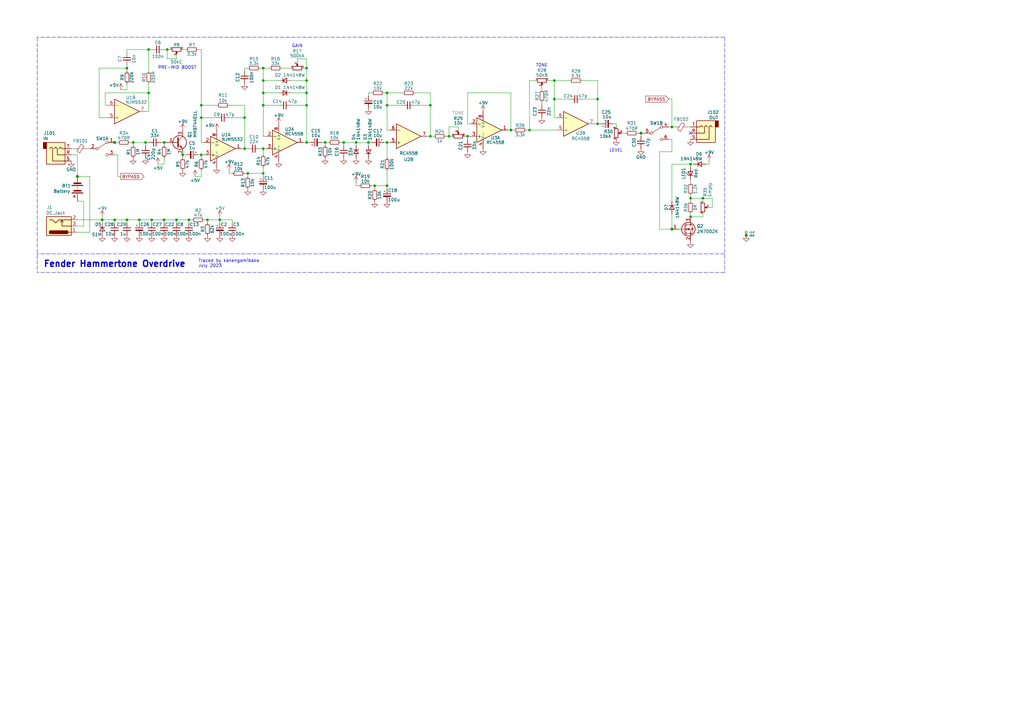
<source format=kicad_sch>
(kicad_sch (version 20230121) (generator eeschema)
  (paper "A3")
  (lib_symbols
    (symbol "Amplifier_Operational:NJM5532" (pin_names (offset 0.127))
      (property "Reference" "U" (at 0 5.08 0))
      (property "Value" "NJM5532" (at 0 -5.08 0))
      (symbol "NJM5532_1_1"
        (pin output line (at 7.62 0 180) (length 2.54) (name "~") (number "1"))
        (pin input line (at -7.62 -2.54 0) (length 2.54) (name "-") (number "2"))
        (pin input line (at -7.62 2.54 0) (length 2.54) (name "+") (number "3"))
      )
      (symbol "NJM5532_2_1"
        (pin input line (at -7.62 2.54 0) (length 2.54) (name "+") (number "5"))
        (pin input line (at -7.62 -2.54 0) (length 2.54) (name "-") (number "6"))
        (pin output line (at 7.62 0 180) (length 2.54) (name "~") (number "7"))
      )
      (symbol "NJM5532_3_1"
        (pin power_in line (at -2.54 -7.62 90) (length 3.81) (name "V-") (number "4"))
        (pin power_in line (at -2.54 7.62 270) (length 3.81) (name "V+") (number "8"))
      )
    )
    (symbol "Amplifier_Operational:RC4558" (pin_names (offset 0.127))
      (property "Reference" "U" (at 0 5.08 0))
      (property "Value" "RC4558" (at 0 -5.08 0))
      (symbol "RC4558_1_1"
        (pin output line (at 7.62 0 180) (length 2.54) (name "~") (number "1"))
        (pin input line (at -7.62 -2.54 0) (length 2.54) (name "-") (number "2"))
        (pin input line (at -7.62 2.54 0) (length 2.54) (name "+") (number "3"))
      )
      (symbol "RC4558_2_1"
        (pin input line (at -7.62 2.54 0) (length 2.54) (name "+") (number "5"))
        (pin input line (at -7.62 -2.54 0) (length 2.54) (name "-") (number "6"))
        (pin output line (at 7.62 0 180) (length 2.54) (name "~") (number "7"))
      )
      (symbol "RC4558_3_1"
        (pin power_in line (at -2.54 -7.62 90) (length 3.81) (name "V-") (number "4"))
        (pin power_in line (at -2.54 7.62 270) (length 3.81) (name "V+") (number "8"))
      )
    )
    (symbol "Connector:Barrel_Jack_Switch" (pin_names hide)
      (property "Reference" "J" (at 0 5.334 0))
      (property "Value" "Barrel_Jack_Switch" (at 0 -5.08 0))
      (symbol "Barrel_Jack_Switch_1_1"
        (pin passive line (at 7.62 2.54 180) (length 2.54) (name "~") (number "1"))
        (pin passive line (at 7.62 -2.54 180) (length 2.54) (name "~") (number "2"))
        (pin passive line (at 7.62 0 180) (length 2.54) (name "~") (number "3"))
      )
    )
    (symbol "Connector:TestPoint_Small" (pin_numbers hide) (pin_names (offset 0.762) hide)
      (property "Reference" "TP" (at 0 3.81 0))
      (property "Value" "TestPoint_Small" (at 0 2.032 0))
      (symbol "TestPoint_Small_1_1"
        (pin passive line (at 0 0 90) (length 0) (name "1") (number "1"))
      )
    )
    (symbol "Connector_Audio:AudioJack3"
      (property "Reference" "J" (at 0 8.89 0))
      (property "Value" "AudioJack3" (at 0 6.35 0))
      (symbol "AudioJack3_1_1"
        (pin passive line (at 5.08 0 180) (length 2.54) (name "~") (number "R"))
        (pin passive line (at 5.08 2.54 180) (length 2.54) (name "~") (number "S"))
        (pin passive line (at 5.08 -2.54 180) (length 2.54) (name "~") (number "T"))
      )
    )
    (symbol "Device:Battery" (pin_numbers hide) (pin_names (offset 0) hide)
      (property "Reference" "BT" (at 2.54 2.54 0))
      (property "Value" "Battery" (at 2.54 0 0))
      (symbol "Battery_1_1"
        (pin passive line (at 0 5.08 270) (length 2.54) (name "+") (number "1"))
        (pin passive line (at 0 -5.08 90) (length 2.54) (name "-") (number "2"))
      )
    )
    (symbol "Device:C_Polarized_Small" (pin_numbers hide) (pin_names (offset 0.254) hide)
      (property "Reference" "C" (at 0.254 1.778 0))
      (property "Value" "C_Polarized_Small" (at 0.254 -2.032 0))
      (symbol "C_Polarized_Small_1_1"
        (pin passive line (at 0 2.54 270) (length 1.8542) (name "~") (number "1"))
        (pin passive line (at 0 -2.54 90) (length 1.8542) (name "~") (number "2"))
      )
    )
    (symbol "Device:C_Small" (pin_numbers hide) (pin_names (offset 0.254) hide)
      (property "Reference" "C" (at 0.254 1.778 0))
      (property "Value" "C_Small" (at 0.254 -2.032 0))
      (symbol "C_Small_1_1"
        (pin passive line (at 0 2.54 270) (length 2.032) (name "~") (number "1"))
        (pin passive line (at 0 -2.54 90) (length 2.032) (name "~") (number "2"))
      )
    )
    (symbol "Device:D_Small" (pin_numbers hide) (pin_names (offset 0.254) hide)
      (property "Reference" "D" (at -1.27 2.032 0))
      (property "Value" "D_Small" (at -3.81 -2.032 0))
      (symbol "D_Small_1_1"
        (pin passive line (at -2.54 0 0) (length 1.778) (name "K") (number "1"))
        (pin passive line (at 2.54 0 180) (length 1.778) (name "A") (number "2"))
      )
    )
    (symbol "Device:FerriteBead_Small" (pin_numbers hide) (pin_names (offset 0))
      (property "Reference" "FB" (at 1.905 1.27 0))
      (property "Value" "FerriteBead_Small" (at 1.905 -1.27 0))
      (symbol "FerriteBead_Small_1_1"
        (pin passive line (at 0 2.54 270) (length 1.27) (name "~") (number "1"))
        (pin passive line (at 0 -2.54 90) (length 1.27) (name "~") (number "2"))
      )
    )
    (symbol "Device:LED_Small" (pin_numbers hide) (pin_names (offset 0.254) hide)
      (property "Reference" "D" (at -1.27 3.175 0))
      (property "Value" "LED_Small" (at -4.445 -2.54 0))
      (symbol "LED_Small_1_1"
        (pin passive line (at -2.54 0 0) (length 1.778) (name "K") (number "1"))
        (pin passive line (at 2.54 0 180) (length 1.778) (name "A") (number "2"))
      )
    )
    (symbol "Device:Q_NMOS_GSD" (pin_names (offset 0) hide)
      (property "Reference" "Q" (at 5.08 1.27 0))
      (property "Value" "Q_NMOS_GSD" (at 5.08 -1.27 0))
      (symbol "Q_NMOS_GSD_1_1"
        (pin input line (at -5.08 0 0) (length 2.54) (name "G") (number "1"))
        (pin passive line (at 2.54 -5.08 90) (length 2.54) (name "S") (number "2"))
        (pin passive line (at 2.54 5.08 270) (length 2.54) (name "D") (number "3"))
      )
    )
    (symbol "Device:Q_NPN_BEC" (pin_names (offset 0) hide)
      (property "Reference" "Q" (at 5.08 1.27 0))
      (property "Value" "Q_NPN_BEC" (at 5.08 -1.27 0))
      (symbol "Q_NPN_BEC_1_1"
        (pin input line (at -5.08 0 0) (length 5.715) (name "B") (number "1"))
        (pin passive line (at 2.54 -5.08 90) (length 2.54) (name "E") (number "2"))
        (pin passive line (at 2.54 5.08 270) (length 2.54) (name "C") (number "3"))
      )
    )
    (symbol "Device:R_Potentiometer_Small" (pin_names (offset 1.016) hide)
      (property "Reference" "RV" (at -4.445 0 90))
      (property "Value" "R_Potentiometer_Small" (at -2.54 0 90))
      (symbol "R_Potentiometer_Small_1_1"
        (pin passive line (at 0 2.54 270) (length 0.635) (name "1") (number "1"))
        (pin passive line (at 2.54 0 180) (length 0.9906) (name "2") (number "2"))
        (pin passive line (at 0 -2.54 90) (length 0.635) (name "3") (number "3"))
      )
    )
    (symbol "Device:R_Small" (pin_numbers hide) (pin_names (offset 0.254) hide)
      (property "Reference" "R" (at 0.762 0.508 0))
      (property "Value" "R_Small" (at 0.762 -1.016 0))
      (symbol "R_Small_1_1"
        (pin passive line (at 0 2.54 270) (length 0.762) (name "~") (number "1"))
        (pin passive line (at 0 -2.54 90) (length 0.762) (name "~") (number "2"))
      )
    )
    (symbol "Switch:SW_DPDT_x2" (pin_names (offset 0) hide)
      (property "Reference" "SW" (at 0 4.318 0))
      (property "Value" "SW_DPDT_x2" (at 0 -5.08 0))
      (symbol "SW_DPDT_x2_1_1"
        (pin passive line (at 5.08 2.54 180) (length 2.54) (name "A") (number "1"))
        (pin passive line (at -5.08 0 0) (length 2.54) (name "B") (number "2"))
        (pin passive line (at 5.08 -2.54 180) (length 2.54) (name "C") (number "3"))
      )
      (symbol "SW_DPDT_x2_2_1"
        (pin passive line (at 5.08 2.54 180) (length 2.54) (name "A") (number "4"))
        (pin passive line (at -5.08 0 0) (length 2.54) (name "B") (number "5"))
        (pin passive line (at 5.08 -2.54 180) (length 2.54) (name "C") (number "6"))
      )
    )
    (symbol "power:+5V" (power) (pin_names (offset 0))
      (property "Value" "+5V" (at 0 3.556 0))
      (symbol "+5V_1_1"
        (pin power_in line (at 0 0 90) (length 0) hide (name "+5V") (number "1"))
      )
    )
    (symbol "power:+9V" (power) (pin_names (offset 0))
      (property "Value" "+9V" (at 0 3.556 0))
      (symbol "+9V_1_1"
        (pin power_in line (at 0 0 90) (length 0) hide (name "+9V") (number "1"))
      )
    )
    (symbol "power:GND" (power) (pin_names (offset 0))
      (property "Value" "GND" (at 0 -3.81 0))
      (symbol "GND_1_1"
        (pin power_in line (at 0 0 270) (length 0) hide (name "GND") (number "1"))
      )
    )
  )
  (junction (at 107.95 71.12))
  (junction (at 82.55 63.5))
  (junction (at 262.89 54.61))
  (junction (at 59.69 58.42))
  (junction (at 153.67 76.2))
  (junction (at 82.55 48.26))
  (junction (at 62.23 90.17))
  (junction (at 85.09 90.17))
  (junction (at 46.99 90.17))
  (junction (at 107.95 33.02))
  (junction (at 176.53 55.88))
  (junction (at 245.11 40.64))
  (junction (at 57.15 90.17))
  (junction (at 283.21 88.9))
  (junction (at 46.99 58.42))
  (junction (at 227.33 40.64))
  (junction (at 158.75 43.18))
  (junction (at 140.97 58.42))
  (junction (at 283.21 81.28))
  (junction (at 67.31 58.42))
  (junction (at 133.35 58.42))
  (junction (at 100.33 60.96))
  (junction (at 158.75 76.2))
  (junction (at 275.59 52.07))
  (junction (at 100.33 48.26))
  (junction (at 209.55 53.34))
  (junction (at 191.77 55.88))
  (junction (at 90.17 90.17))
  (junction (at 77.47 90.17))
  (junction (at 107.95 43.18))
  (junction (at 275.59 93.98))
  (junction (at 31.75 72.39))
  (junction (at 107.95 60.96))
  (junction (at 158.75 58.42))
  (junction (at 52.07 90.17))
  (junction (at 54.61 58.42))
  (junction (at 176.53 43.18))
  (junction (at 107.95 38.1))
  (junction (at 60.96 38.1))
  (junction (at 217.17 53.34))
  (junction (at 283.21 67.31))
  (junction (at 227.33 33.02))
  (junction (at 158.75 38.1))
  (junction (at 72.39 90.17))
  (junction (at 60.96 20.32))
  (junction (at 125.73 33.02))
  (junction (at 288.29 81.28))
  (junction (at 41.91 90.17))
  (junction (at 125.73 58.42))
  (junction (at 245.11 50.8))
  (junction (at 125.73 38.1))
  (junction (at 306.07 96.52))
  (junction (at 82.55 43.18))
  (junction (at 67.31 90.17))
  (junction (at 125.73 27.94))
  (junction (at 107.95 27.94))
  (junction (at 151.13 58.42))
  (junction (at 101.6 71.12))
  (junction (at 125.73 43.18))
  (junction (at 52.07 27.94))
  (junction (at 146.05 58.42))
  (junction (at 74.93 63.5))
  (junction (at 68.58 20.32))
  (junction (at 184.15 55.88))
  (no_connect (at 283.21 54.61))
  (wire (pts (xy 245.11 33.02) (xy 238.76 33.02)))
  (wire (pts (xy 262.89 54.61) (xy 262.89 55.88)))
  (wire (pts (xy 191.77 55.88) (xy 193.04 55.88)))
  (wire (pts (xy 67.31 90.17) (xy 72.39 90.17)))
  (wire (pts (xy 190.5 55.88) (xy 191.77 55.88)))
  (wire (pts (xy 283.21 80.01) (xy 283.21 81.28)))
  (wire (pts (xy 125.73 33.02) (xy 125.73 38.1)))
  (wire (pts (xy 133.35 58.42) (xy 133.35 59.69)))
  (wire (pts (xy 85.09 90.17) (xy 90.17 90.17)))
  (wire (pts (xy 90.17 90.17) (xy 95.25 90.17)))
  (wire (pts (xy 290.83 66.04) (xy 290.83 67.31)))
  (wire (pts (xy 132.08 58.42) (xy 133.35 58.42)))
  (wire (pts (xy 146.05 58.42) (xy 146.05 59.69)))
  (wire (pts (xy 290.83 85.09) (xy 292.1 85.09)))
  (wire (pts (xy 31.75 63.5) (xy 31.75 72.39)))
  (wire (pts (xy 275.59 40.64) (xy 275.59 52.07)))
  (wire (pts (xy 110.49 27.94) (xy 107.95 27.94)))
  (wire (pts (xy 59.69 58.42) (xy 59.69 59.69)))
  (wire (pts (xy 275.59 67.31) (xy 275.59 82.55)))
  (wire (pts (xy 125.73 27.94) (xy 125.73 33.02)))
  (wire (pts (xy 48.26 63.5) (xy 46.99 63.5)))
  (wire (pts (xy 82.55 63.5) (xy 82.55 64.77)))
  (wire (pts (xy 217.17 33.02) (xy 217.17 53.34)))
  (wire (pts (xy 49.53 72.39) (xy 48.26 72.39)))
  (wire (pts (xy 227.33 33.02) (xy 233.68 33.02)))
  (wire (pts (xy 283.21 68.58) (xy 283.21 67.31)))
  (wire (pts (xy 125.73 24.13) (xy 125.73 27.94)))
  (wire (pts (xy 191.77 38.1) (xy 209.55 38.1)))
  (wire (pts (xy 151.13 58.42) (xy 151.13 59.69)))
  (wire (pts (xy 275.59 87.63) (xy 275.59 93.98)))
  (wire (pts (xy 31.75 72.39) (xy 36.83 72.39)))
  (wire (pts (xy 67.31 58.42) (xy 67.31 59.69)))
  (wire (pts (xy 227.33 40.64) (xy 227.33 48.26)))
  (wire (pts (xy 107.95 33.02) (xy 114.3 33.02)))
  (wire (pts (xy 274.32 52.07) (xy 275.59 52.07)))
  (wire (pts (xy 275.59 57.15) (xy 275.59 62.23)))
  (wire (pts (xy 67.31 90.17) (xy 67.31 91.44)))
  (wire (pts (xy 153.67 76.2) (xy 153.67 77.47)))
  (wire (pts (xy 121.92 25.4) (xy 121.92 24.13)))
  (wire (pts (xy 176.53 43.18) (xy 176.53 38.1)))
  (wire (pts (xy 124.46 27.94) (xy 125.73 27.94)))
  (wire (pts (xy 72.39 24.13) (xy 68.58 24.13)))
  (wire (pts (xy 288.29 87.63) (xy 288.29 88.9)))
  (wire (pts (xy 107.95 43.18) (xy 107.95 55.88)))
  (wire (pts (xy 217.17 53.34) (xy 228.6 53.34)))
  (polyline (pts (xy 297.18 111.76) (xy 15.24 111.76)) (stroke (width 0) (type dash)))
  (wire (pts (xy 35.56 60.96) (xy 36.83 60.96)))
  (wire (pts (xy 222.25 41.91) (xy 222.25 43.18)))
  (polyline (pts (xy 297.18 15.24) (xy 15.24 15.24)) (stroke (width 0) (type dash)))
  (wire (pts (xy 107.95 60.96) (xy 109.22 60.96)))
  (wire (pts (xy 52.07 21.59) (xy 52.07 20.32)))
  (wire (pts (xy 46.99 58.42) (xy 48.26 58.42)))
  (wire (pts (xy 245.11 50.8) (xy 246.38 50.8)))
  (wire (pts (xy 157.48 38.1) (xy 158.75 38.1)))
  (wire (pts (xy 74.93 20.32) (xy 76.2 20.32)))
  (wire (pts (xy 49.53 36.83) (xy 52.07 36.83)))
  (wire (pts (xy 60.96 20.32) (xy 60.96 29.21)))
  (wire (pts (xy 115.57 27.94) (xy 119.38 27.94)))
  (wire (pts (xy 41.91 90.17) (xy 46.99 90.17)))
  (wire (pts (xy 107.95 27.94) (xy 107.95 33.02)))
  (wire (pts (xy 125.73 43.18) (xy 125.73 58.42)))
  (wire (pts (xy 224.79 33.02) (xy 227.33 33.02)))
  (wire (pts (xy 283.21 88.9) (xy 288.29 88.9)))
  (wire (pts (xy 119.38 43.18) (xy 125.73 43.18)))
  (wire (pts (xy 191.77 55.88) (xy 191.77 57.15)))
  (wire (pts (xy 52.07 26.67) (xy 52.07 27.94)))
  (wire (pts (xy 157.48 58.42) (xy 158.75 58.42)))
  (wire (pts (xy 72.39 22.86) (xy 72.39 24.13)))
  (wire (pts (xy 74.93 63.5) (xy 74.93 64.77)))
  (wire (pts (xy 165.1 38.1) (xy 158.75 38.1)))
  (wire (pts (xy 175.26 55.88) (xy 176.53 55.88)))
  (wire (pts (xy 151.13 38.1) (xy 151.13 39.37)))
  (wire (pts (xy 77.47 90.17) (xy 77.47 91.44)))
  (wire (pts (xy 52.07 90.17) (xy 57.15 90.17)))
  (wire (pts (xy 82.55 48.26) (xy 88.9 48.26)))
  (wire (pts (xy 107.95 71.12) (xy 107.95 72.39)))
  (wire (pts (xy 67.31 64.77) (xy 67.31 67.31)))
  (wire (pts (xy 158.75 58.42) (xy 160.02 58.42)))
  (wire (pts (xy 184.15 55.88) (xy 185.42 55.88)))
  (wire (pts (xy 119.38 33.02) (xy 125.73 33.02)))
  (wire (pts (xy 66.04 58.42) (xy 67.31 58.42)))
  (wire (pts (xy 289.56 67.31) (xy 290.83 67.31)))
  (wire (pts (xy 43.18 38.1) (xy 60.96 38.1)))
  (wire (pts (xy 80.01 72.39) (xy 82.55 72.39)))
  (wire (pts (xy 288.29 81.28) (xy 288.29 82.55)))
  (wire (pts (xy 283.21 87.63) (xy 283.21 88.9)))
  (wire (pts (xy 261.62 54.61) (xy 262.89 54.61)))
  (wire (pts (xy 81.28 20.32) (xy 82.55 20.32)))
  (wire (pts (xy 29.21 63.5) (xy 31.75 63.5)))
  (wire (pts (xy 107.95 68.58) (xy 107.95 71.12)))
  (wire (pts (xy 74.93 63.5) (xy 76.2 63.5)))
  (wire (pts (xy 100.33 60.96) (xy 101.6 60.96)))
  (wire (pts (xy 133.35 58.42) (xy 134.62 58.42)))
  (wire (pts (xy 158.75 43.18) (xy 158.75 53.34)))
  (wire (pts (xy 31.75 92.71) (xy 34.29 92.71)))
  (wire (pts (xy 146.05 76.2) (xy 147.32 76.2)))
  (wire (pts (xy 82.55 20.32) (xy 82.55 43.18)))
  (wire (pts (xy 288.29 81.28) (xy 292.1 81.28)))
  (wire (pts (xy 40.64 27.94) (xy 40.64 48.26)))
  (wire (pts (xy 274.32 57.15) (xy 275.59 57.15)))
  (wire (pts (xy 151.13 58.42) (xy 152.4 58.42)))
  (wire (pts (xy 29.21 60.96) (xy 30.48 60.96)))
  (wire (pts (xy 106.68 27.94) (xy 107.95 27.94)))
  (wire (pts (xy 121.92 24.13) (xy 125.73 24.13)))
  (wire (pts (xy 34.29 82.55) (xy 34.29 92.71)))
  (wire (pts (xy 62.23 90.17) (xy 67.31 90.17)))
  (wire (pts (xy 119.38 38.1) (xy 125.73 38.1)))
  (wire (pts (xy 82.55 63.5) (xy 83.82 63.5)))
  (wire (pts (xy 191.77 50.8) (xy 191.77 38.1)))
  (wire (pts (xy 36.83 95.25) (xy 31.75 95.25)))
  (wire (pts (xy 176.53 55.88) (xy 177.8 55.88)))
  (wire (pts (xy 125.73 38.1) (xy 125.73 43.18)))
  (polyline (pts (xy 297.18 104.14) (xy 15.24 104.14)) (stroke (width 0) (type dash)))
  (wire (pts (xy 187.96 52.07) (xy 187.96 53.34)))
  (wire (pts (xy 100.33 27.94) (xy 101.6 27.94)))
  (wire (pts (xy 60.96 34.29) (xy 60.96 38.1)))
  (wire (pts (xy 101.6 71.12) (xy 101.6 72.39)))
  (wire (pts (xy 41.91 88.9) (xy 41.91 90.17)))
  (wire (pts (xy 72.39 90.17) (xy 77.47 90.17)))
  (wire (pts (xy 52.07 27.94) (xy 52.07 29.21)))
  (wire (pts (xy 217.17 33.02) (xy 219.71 33.02)))
  (wire (pts (xy 158.75 64.77) (xy 158.75 58.42)))
  (wire (pts (xy 72.39 90.17) (xy 72.39 91.44)))
  (wire (pts (xy 114.3 38.1) (xy 107.95 38.1)))
  (wire (pts (xy 158.75 38.1) (xy 158.75 43.18)))
  (wire (pts (xy 83.82 90.17) (xy 85.09 90.17)))
  (wire (pts (xy 306.07 95.25) (xy 306.07 96.52)))
  (wire (pts (xy 46.99 90.17) (xy 46.99 91.44)))
  (wire (pts (xy 275.59 62.23) (xy 270.51 62.23)))
  (wire (pts (xy 90.17 90.17) (xy 90.17 91.44)))
  (wire (pts (xy 60.96 20.32) (xy 62.23 20.32)))
  (wire (pts (xy 227.33 40.64) (xy 233.68 40.64)))
  (wire (pts (xy 153.67 76.2) (xy 158.75 76.2)))
  (wire (pts (xy 176.53 38.1) (xy 170.18 38.1)))
  (wire (pts (xy 48.26 72.39) (xy 48.26 63.5)))
  (wire (pts (xy 140.97 58.42) (xy 146.05 58.42)))
  (wire (pts (xy 275.59 52.07) (xy 276.86 52.07)))
  (wire (pts (xy 125.73 58.42) (xy 127 58.42)))
  (wire (pts (xy 125.73 58.42) (xy 124.46 58.42)))
  (wire (pts (xy 95.25 90.17) (xy 95.25 91.44)))
  (wire (pts (xy 238.76 40.64) (xy 245.11 40.64)))
  (wire (pts (xy 270.51 62.23) (xy 270.51 93.98)))
  (wire (pts (xy 83.82 58.42) (xy 82.55 58.42)))
  (wire (pts (xy 283.21 73.66) (xy 283.21 74.93)))
  (wire (pts (xy 100.33 43.18) (xy 100.33 48.26)))
  (wire (pts (xy 57.15 90.17) (xy 62.23 90.17)))
  (wire (pts (xy 182.88 55.88) (xy 184.15 55.88)))
  (wire (pts (xy 59.69 45.72) (xy 60.96 45.72)))
  (wire (pts (xy 146.05 58.42) (xy 151.13 58.42)))
  (wire (pts (xy 59.69 58.42) (xy 60.96 58.42)))
  (wire (pts (xy 107.95 38.1) (xy 107.95 33.02)))
  (wire (pts (xy 43.18 43.18) (xy 43.18 38.1)))
  (wire (pts (xy 146.05 74.93) (xy 146.05 76.2)))
  (wire (pts (xy 93.98 48.26) (xy 100.33 48.26)))
  (wire (pts (xy 209.55 53.34) (xy 208.28 53.34)))
  (wire (pts (xy 100.33 48.26) (xy 100.33 60.96)))
  (wire (pts (xy 53.34 58.42) (xy 54.61 58.42)))
  (wire (pts (xy 93.98 69.85) (xy 93.98 71.12)))
  (wire (pts (xy 227.33 33.02) (xy 227.33 40.64)))
  (wire (pts (xy 158.75 76.2) (xy 158.75 77.47)))
  (wire (pts (xy 81.28 63.5) (xy 82.55 63.5)))
  (wire (pts (xy 251.46 50.8) (xy 252.73 50.8)))
  (wire (pts (xy 60.96 38.1) (xy 60.96 45.72)))
  (wire (pts (xy 281.94 52.07) (xy 283.21 52.07)))
  (wire (pts (xy 252.73 50.8) (xy 252.73 52.07)))
  (wire (pts (xy 170.18 43.18) (xy 176.53 43.18)))
  (wire (pts (xy 100.33 29.21) (xy 100.33 27.94)))
  (wire (pts (xy 62.23 90.17) (xy 62.23 91.44)))
  (wire (pts (xy 283.21 81.28) (xy 283.21 82.55)))
  (wire (pts (xy 54.61 58.42) (xy 59.69 58.42)))
  (wire (pts (xy 67.31 20.32) (xy 68.58 20.32)))
  (wire (pts (xy 184.15 55.88) (xy 184.15 52.07)))
  (wire (pts (xy 64.77 67.31) (xy 67.31 67.31)))
  (wire (pts (xy 90.17 88.9) (xy 90.17 90.17)))
  (wire (pts (xy 52.07 34.29) (xy 52.07 36.83)))
  (wire (pts (xy 184.15 52.07) (xy 187.96 52.07)))
  (wire (pts (xy 283.21 81.28) (xy 288.29 81.28)))
  (wire (pts (xy 193.04 50.8) (xy 191.77 50.8)))
  (wire (pts (xy 209.55 38.1) (xy 209.55 53.34)))
  (wire (pts (xy 262.89 54.61) (xy 264.16 54.61)))
  (wire (pts (xy 255.27 54.61) (xy 256.54 54.61)))
  (wire (pts (xy 31.75 82.55) (xy 34.29 82.55)))
  (wire (pts (xy 114.3 43.18) (xy 107.95 43.18)))
  (wire (pts (xy 222.25 35.56) (xy 222.25 36.83)))
  (wire (pts (xy 274.32 40.64) (xy 275.59 40.64)))
  (wire (pts (xy 215.9 53.34) (xy 217.17 53.34)))
  (wire (pts (xy 82.55 48.26) (xy 82.55 58.42)))
  (wire (pts (xy 158.75 69.85) (xy 158.75 76.2)))
  (wire (pts (xy 270.51 93.98) (xy 275.59 93.98)))
  (polyline (pts (xy 297.18 15.24) (xy 297.18 111.76)) (stroke (width 0) (type dash)))
  (wire (pts (xy 151.13 38.1) (xy 152.4 38.1)))
  (polyline (pts (xy 15.24 15.24) (xy 15.24 111.76)) (stroke (width 0) (type dash)))
  (wire (pts (xy 209.55 53.34) (xy 210.82 53.34)))
  (wire (pts (xy 107.95 60.96) (xy 107.95 63.5)))
  (wire (pts (xy 82.55 43.18) (xy 82.55 48.26)))
  (wire (pts (xy 54.61 58.42) (xy 54.61 59.69)))
  (wire (pts (xy 245.11 50.8) (xy 245.11 40.64)))
  (wire (pts (xy 40.64 27.94) (xy 52.07 27.94)))
  (wire (pts (xy 31.75 90.17) (xy 41.91 90.17)))
  (wire (pts (xy 77.47 90.17) (xy 78.74 90.17)))
  (wire (pts (xy 107.95 55.88) (xy 109.22 55.88)))
  (wire (pts (xy 46.99 90.17) (xy 52.07 90.17)))
  (wire (pts (xy 88.9 43.18) (xy 82.55 43.18)))
  (wire (pts (xy 68.58 20.32) (xy 69.85 20.32)))
  (wire (pts (xy 107.95 38.1) (xy 107.95 43.18)))
  (wire (pts (xy 228.6 48.26) (xy 227.33 48.26)))
  (wire (pts (xy 176.53 55.88) (xy 176.53 43.18)))
  (wire (pts (xy 82.55 69.85) (xy 82.55 72.39)))
  (wire (pts (xy 44.45 43.18) (xy 43.18 43.18)))
  (wire (pts (xy 57.15 90.17) (xy 57.15 91.44)))
  (wire (pts (xy 100.33 71.12) (xy 101.6 71.12)))
  (wire (pts (xy 60.96 20.32) (xy 52.07 20.32)))
  (wire (pts (xy 68.58 24.13) (xy 68.58 20.32)))
  (wire (pts (xy 101.6 71.12) (xy 107.95 71.12)))
  (wire (pts (xy 139.7 58.42) (xy 140.97 58.42)))
  (wire (pts (xy 245.11 40.64) (xy 245.11 33.02)))
  (wire (pts (xy 85.09 90.17) (xy 85.09 91.44)))
  (wire (pts (xy 284.48 67.31) (xy 283.21 67.31)))
  (wire (pts (xy 41.91 90.17) (xy 41.91 91.44)))
  (wire (pts (xy 100.33 60.96) (xy 99.06 60.96)))
  (wire (pts (xy 44.45 48.26) (xy 40.64 48.26)))
  (wire (pts (xy 52.07 90.17) (xy 52.07 91.44)))
  (wire (pts (xy 36.83 72.39) (xy 36.83 95.25)))
  (wire (pts (xy 165.1 43.18) (xy 158.75 43.18)))
  (wire (pts (xy 158.75 53.34) (xy 160.02 53.34)))
  (wire (pts (xy 140.97 58.42) (xy 140.97 59.69)))
  (wire (pts (xy 152.4 76.2) (xy 153.67 76.2)))
  (wire (pts (xy 106.68 60.96) (xy 107.95 60.96)))
  (wire (pts (xy 275.59 67.31) (xy 283.21 67.31)))
  (wire (pts (xy 292.1 81.28) (xy 292.1 85.09)))
  (wire (pts (xy 93.98 71.12) (xy 95.25 71.12)))
  (wire (pts (xy 93.98 43.18) (xy 100.33 43.18)))
  (wire (pts (xy 243.84 50.8) (xy 245.11 50.8)))
  (text "PRE-MID BOOST" (at 64.77 28.575 0) (effects (font (size 1.27 1.27)) (justify left bottom)))
  (text "Fender Hammertone Overdrive" (at 17.78 109.855 0) (effects (font (size 2.54 2.54) (thickness 0.508) bold) (justify left bottom)))
  (text "TONE" (at 219.71 27.6225 0) (effects (font (size 1.27 1.27)) (justify left bottom)))
  (text "Traced by kanengomibako\nJuly 2023" (at 81.28 109.855 0) (effects (font (size 1.27 1.27)) (justify left bottom)))
  (text "LEVEL" (at 249.8725 62.5475 0) (effects (font (size 1.27 1.27)) (justify left bottom)))
  (text "GAIN" (at 119.6975 19.685 0) (effects (font (size 1.27 1.27)) (justify left bottom)))
  (text "TONE" (at 185.42 47.3075 0) (effects (font (size 1.27 1.27)) (justify left bottom)))
  (global_label "BYPASS" (shape output) (at 49.53 72.39 0) (property "Intersheetrefs" "${INTERSHEET_REFS}" (effects hide)))
  (global_label "BYPASS" (shape input) (at 274.32 40.64 180) (property "Intersheetrefs" "${INTERSHEET_REFS}" (effects hide)))
  (symbol (lib_id "Device:R_Small") (at 180.34 55.88 270) (unit 1)
    (property "Reference" "R24" (at 180.34 53.975 90))
    (property "Value" "1k" (at 180.34 57.785 90))
    (property "Footprint" "Resistor_SMD:R_0402_1005Metric" (effects hide))
  )
  (symbol (lib_id "power:GND") (at 191.77 62.23 0) (unit 1)
    (property "Reference" "#PWR038" (effects hide))
    (property "Value" "GND" (effects hide))
  )
  (symbol (lib_id "Device:D_Small") (at 275.59 85.09 270) (unit 1)
    (property "Reference" "D7" (at 273.3675 85.09 0))
    (property "Value" "1N4148W" (at 277.8125 85.09 0))
    (property "Footprint" "Diode_SMD:D_SOD-123" (effects hide))
  )
  (symbol (lib_id "Device:C_Polarized_Small") (at 158.75 80.01 0) (unit 1)
    (property "Reference" "C18" (at 159.0675 78.105 0) (effects (justify left)))
    (property "Value" "100u" (at 159.0675 81.915 0) (effects (justify left)))
    (property "Footprint" "Capacitor_SMD:CP_Elec_6.3x5.3" (effects hide))
  )
  (symbol (lib_id "Device:R_Potentiometer_Small") (at 222.25 33.02 90) (mirror x) (unit 1)
    (property "Reference" "R28" (at 222.25 28.8925 90))
    (property "Value" "50kB" (at 222.25 30.7975 90))
    (property "Footprint" "Connector_PinHeader_2.54mm:PinHeader_1x03_P2.54mm_Vertical" (effects hide))
  )
  (symbol (lib_id "Device:LED_Small") (at 283.21 71.12 90) (unit 1)
    (property "Reference" "LED1" (at 280.3525 71.12 0))
    (property "Value" "Red" (at 285.4325 71.12 0))
    (property "Footprint" "LED_THT:LED_D3.0mm" (effects hide))
  )
  (symbol (lib_id "power:GND") (at 95.25 96.52 0) (unit 1)
    (property "Reference" "#PWR013" (effects hide))
    (property "Value" "GND" (effects hide))
  )
  (symbol (lib_id "Device:FerriteBead_Small") (at 33.02 60.96 90) (unit 1) (on_board no)
    (property "Reference" "FB101" (at 33.02 57.785 90))
    (property "Value" "-" (effects hide))
  )
  (symbol (lib_id "Connector:TestPoint_Small") (at 31.75 72.39 0) (unit 1)
    (property "Reference" "J1.6" (effects hide))
    (property "Value" "-" (effects hide))
    (property "Footprint" "myFoot:my_TestPoint_1mm" (effects hide))
  )
  (symbol (lib_id "power:GND") (at 252.73 57.15 0) (unit 1)
    (property "Reference" "#PWR042" (effects hide))
    (property "Value" "GND" (effects hide))
  )
  (symbol (lib_id "power:GND") (at 262.89 60.96 0) (unit 1)
    (property "Reference" "#PWR043" (effects hide))
    (property "Value" "GND" (at 262.89 64.4525 0))
  )
  (symbol (lib_id "Connector_Audio:AudioJack3") (at 24.13 63.5 0) (mirror x) (unit 1) (on_board no)
    (property "Reference" "J101" (at 20.32 54.61 0))
    (property "Value" "IN" (at 18.7325 56.8325 0))
  )
  (symbol (lib_id "Device:C_Small") (at 52.07 93.98 0) (unit 1)
    (property "Reference" "C29" (at 49.8475 92.075 0))
    (property "Value" "1u" (at 50.4825 95.885 0))
    (property "Footprint" "Capacitor_SMD:C_0402_1005Metric" (effects hide))
  )
  (symbol (lib_id "Amplifier_Operational:RC4558") (at 200.66 53.34 0) (mirror x) (unit 1)
    (property "Reference" "U3" (at 203.2 56.515 0))
    (property "Value" "RC4558" (at 203.2 58.42 0))
    (property "Footprint" "Package_SO:SOIC-8_3.9x4.9mm_P1.27mm" (effects hide))
  )
  (symbol (lib_id "Amplifier_Operational:RC4558") (at 116.84 58.42 0) (unit 3)
    (property "Reference" "U2" (effects hide))
    (property "Value" "RC4558" (effects hide))
    (property "Footprint" "Package_SO:SOIC-8_3.9x4.9mm_P1.27mm" (effects hide))
    (property "Datasheet" "http://www.ti.com/lit/ds/symlink/rc4558.pdf" (effects hide))
  )
  (symbol (lib_id "Device:C_Small") (at 63.5 58.42 270) (unit 1)
    (property "Reference" "C1" (at 63.5 53.6575 90))
    (property "Value" "33n" (at 63.5 55.5625 90))
    (property "Footprint" "Capacitor_SMD:C_0805_2012Metric" (effects hide))
  )
  (symbol (lib_id "Device:C_Polarized_Small") (at 57.15 93.98 0) (unit 1)
    (property "Reference" "C26" (at 57.4675 92.075 0) (effects (justify left)))
    (property "Value" "100u" (at 57.15 95.885 0) (effects (justify left)))
    (property "Footprint" "Capacitor_SMD:CP_Elec_6.3x5.3" (effects hide))
  )
  (symbol (lib_id "Connector:TestPoint_Small") (at 306.07 95.25 0) (unit 1)
    (property "Reference" "J1.2" (at 307.34 95.25 0) (effects (font (size 0.635 0.635)) (justify left)))
    (property "Value" "-" (effects hide))
    (property "Footprint" "myFoot:my_TestPoint_1mm" (effects hide))
  )
  (symbol (lib_id "Device:C_Small") (at 222.25 45.72 0) (unit 1)
    (property "Reference" "C23" (at 219.3925 45.72 90))
    (property "Value" "22n" (at 225.1075 45.72 90))
    (property "Footprint" "Capacitor_SMD:C_0805_2012Metric" (effects hide))
  )
  (symbol (lib_id "Device:C_Polarized_Small") (at 90.17 93.98 0) (unit 1)
    (property "Reference" "C2" (at 90.4875 92.075 0) (effects (justify left)))
    (property "Value" "100u" (at 90.17 95.885 0) (effects (justify left)))
    (property "Footprint" "Capacitor_SMD:CP_Elec_6.3x5.3" (effects hide))
  )
  (symbol (lib_id "Device:R_Small") (at 259.08 54.61 270) (unit 1)
    (property "Reference" "R31" (at 259.08 50.4825 90))
    (property "Value" "470R" (at 259.08 52.705 90))
    (property "Footprint" "Resistor_SMD:R_0402_1005Metric" (effects hide))
  )
  (symbol (lib_id "Amplifier_Operational:NJM5532") (at 91.44 60.96 0) (mirror x) (unit 1)
    (property "Reference" "U1" (at 92.71 55.245 0))
    (property "Value" "NJM5532" (at 95.25 57.15 0))
    (property "Footprint" "Package_SO:SOIC-8_3.9x4.9mm_P1.27mm" (effects hide))
    (property "Datasheet" "http://www.njr.com/semicon/PDF/NJM5532_E.pdf" (effects hide))
  )
  (symbol (lib_id "Device:R_Small") (at 158.75 67.31 0) (unit 1)
    (property "Reference" "R21" (at 156.845 67.31 90))
    (property "Value" "100k" (at 160.655 67.31 90))
    (property "Footprint" "Resistor_SMD:R_0402_1005Metric" (effects hide))
  )
  (symbol (lib_id "Device:R_Small") (at 153.67 80.01 0) (unit 1)
    (property "Reference" "R20" (at 151.765 80.01 90))
    (property "Value" "10k" (at 155.575 80.01 90))
    (property "Footprint" "Resistor_SMD:R_0402_1005Metric" (effects hide))
  )
  (symbol (lib_id "Device:C_Small") (at 59.69 62.23 0) (unit 1)
    (property "Reference" "C4" (at 60.96 64.4525 90))
    (property "Value" "220p" (at 62.865 63.1825 90))
    (property "Footprint" "Capacitor_SMD:C_0402_1005Metric" (effects hide))
  )
  (symbol (lib_id "Device:Q_NPN_BEC") (at 72.39 58.42 0) (unit 1)
    (property "Reference" "Q1" (at 77.7875 56.515 90) (effects (justify left)))
    (property "Value" "MMBT4401L" (at 80.01 56.515 90) (effects (justify left)))
    (property "Footprint" "Package_TO_SOT_SMD:SOT-23" (effects hide))
    (property "Datasheet" "2X" (effects hide))
  )
  (symbol (lib_id "power:GND") (at 52.07 96.52 0) (unit 1)
    (property "Reference" "#PWR06" (effects hide))
    (property "Value" "GND" (effects hide))
  )
  (symbol (lib_id "power:GND") (at 146.05 64.77 0) (unit 1)
    (property "Reference" "#PWR030" (effects hide))
    (property "Value" "GND" (effects hide))
  )
  (symbol (lib_id "power:GND") (at 153.67 82.55 0) (unit 1)
    (property "Reference" "#PWR033" (effects hide))
    (property "Value" "GND" (effects hide))
  )
  (symbol (lib_id "Device:R_Small") (at 91.44 43.18 270) (unit 1)
    (property "Reference" "R11" (at 91.44 39.0525 90))
    (property "Value" "10k" (at 91.44 41.275 90))
    (property "Footprint" "Resistor_SMD:R_0402_1005Metric" (effects hide))
  )
  (symbol (lib_id "Amplifier_Operational:RC4558") (at 236.22 50.8 0) (mirror x) (unit 2)
    (property "Reference" "U3" (at 238.125 54.61 0))
    (property "Value" "RC4558" (at 238.125 56.8325 0))
    (property "Footprint" "Package_SO:SOIC-8_3.9x4.9mm_P1.27mm" (effects hide))
  )
  (symbol (lib_id "power:GND") (at 41.91 96.52 0) (unit 1)
    (property "Reference" "#PWR015" (effects hide))
    (property "Value" "GND" (effects hide))
  )
  (symbol (lib_id "power:GND") (at 158.75 82.55 0) (unit 1)
    (property "Reference" "#PWR034" (effects hide))
    (property "Value" "GND" (effects hide))
  )
  (symbol (lib_id "Device:C_Small") (at 140.97 62.23 0) (unit 1)
    (property "Reference" "C16" (at 138.1125 62.23 90))
    (property "Value" "33n" (at 143.8275 62.23 90))
    (property "Footprint" "Capacitor_SMD:C_0805_2012Metric" (effects hide))
  )
  (symbol (lib_id "power:GND") (at 46.99 96.52 0) (unit 1)
    (property "Reference" "#PWR05" (effects hide))
    (property "Value" "GND" (effects hide))
  )
  (symbol (lib_id "power:GND") (at 74.93 69.85 0) (unit 1)
    (property "Reference" "#PWR022" (effects hide))
    (property "Value" "GND" (effects hide))
  )
  (symbol (lib_id "Amplifier_Operational:NJM5532") (at 91.44 60.96 0) (unit 3)
    (property "Reference" "U1" (effects hide))
    (property "Value" "NJM5532" (effects hide))
    (property "Footprint" "Package_SO:SOIC-8_3.9x4.9mm_P1.27mm" (effects hide))
    (property "Datasheet" "http://www.njr.com/semicon/PDF/NJM5532_E.pdf" (effects hide))
  )
  (symbol (lib_id "power:GND") (at 88.9 68.58 0) (unit 1)
    (property "Reference" "#PWR025" (effects hide))
    (property "Value" "GND" (effects hide))
  )
  (symbol (lib_id "power:+9V") (at 146.05 74.93 0) (unit 1)
    (property "Reference" "#PWR032" (effects hide))
    (property "Value" "+9V" (at 146.05 71.4375 0))
  )
  (symbol (lib_id "Device:R_Small") (at 50.8 58.42 270) (unit 1)
    (property "Reference" "R34" (at 50.8 54.61 90))
    (property "Value" "470R" (at 50.8 56.515 90))
    (property "Footprint" "Resistor_SMD:R_0402_1005Metric" (effects hide))
  )
  (symbol (lib_id "power:GND") (at 100.33 34.29 0) (unit 1)
    (property "Reference" "#PWR027" (effects hide))
    (property "Value" "GND" (effects hide))
  )
  (symbol (lib_id "Connector:TestPoint_Small") (at 306.07 96.52 0) (unit 1)
    (property "Reference" "J1.4" (at 307.34 96.52 0) (effects (font (size 0.635 0.635)) (justify left)))
    (property "Value" "-" (effects hide))
    (property "Footprint" "myFoot:my_TestPoint_1mm" (effects hide))
  )
  (symbol (lib_id "Device:R_Small") (at 67.31 62.23 0) (unit 1)
    (property "Reference" "R4" (at 65.405 62.23 90))
    (property "Value" "1M" (at 69.215 62.23 90))
    (property "Footprint" "Resistor_SMD:R_0603_1608Metric" (effects hide))
  )
  (symbol (lib_id "power:GND") (at 140.97 64.77 0) (unit 1)
    (property "Reference" "#PWR029" (effects hide))
    (property "Value" "GND" (effects hide))
  )
  (symbol (lib_id "Device:R_Small") (at 78.74 20.32 270) (unit 1)
    (property "Reference" "R7" (at 78.74 18.415 90))
    (property "Value" "3.3k" (at 78.74 22.225 90))
    (property "Footprint" "Resistor_SMD:R_0402_1005Metric" (effects hide))
  )
  (symbol (lib_id "Device:C_Polarized_Small") (at 129.54 58.42 90) (unit 1)
    (property "Reference" "C15" (at 129.54 53.6575 90))
    (property "Value" "10u" (at 129.54 55.5625 90))
    (property "Footprint" "Capacitor_SMD:CP_Elec_4x5.3" (effects hide))
  )
  (symbol (lib_id "Device:D_Small") (at 151.13 62.23 90) (unit 1)
    (property "Reference" "D3" (at 149.86 56.1975 0))
    (property "Value" "1N4148W" (at 151.765 53.0225 0))
    (property "Footprint" "Diode_SMD:D_SOD-123" (effects hide))
  )
  (symbol (lib_id "power:+9V") (at 198.12 45.72 0) (unit 1)
    (property "Reference" "#PWR040" (effects hide))
    (property "Value" "+9V" (at 198.12 42.2275 0))
  )
  (symbol (lib_id "Device:C_Polarized_Small") (at 107.95 74.93 0) (unit 1)
    (property "Reference" "C11" (at 108.2675 73.025 0) (effects (justify left)))
    (property "Value" "100u" (at 108.2675 76.835 0) (effects (justify left)))
    (property "Footprint" "Capacitor_SMD:CP_Elec_6.3x5.3" (effects hide))
  )
  (symbol (lib_id "power:GND") (at 57.15 96.52 0) (unit 1)
    (property "Reference" "#PWR07" (effects hide))
    (property "Value" "GND" (effects hide))
  )
  (symbol (lib_id "power:GND") (at 107.95 77.47 0) (unit 1)
    (property "Reference" "#PWR048" (effects hide))
    (property "Value" "GND" (effects hide))
  )
  (symbol (lib_id "power:+5V") (at 64.77 67.31 0) (unit 1)
    (property "Reference" "#PWR017" (effects hide))
    (property "Value" "+5V" (at 64.77 68.8975 0))
  )
  (symbol (lib_id "Device:C_Small") (at 77.47 93.98 0) (unit 1)
    (property "Reference" "C13" (at 79.6925 92.075 0))
    (property "Value" "100n" (at 80.01 95.885 0))
    (property "Footprint" "Capacitor_SMD:C_0402_1005Metric" (effects hide))
  )
  (symbol (lib_id "power:GND") (at 101.6 77.47 0) (unit 1)
    (property "Reference" "#PWR047" (effects hide))
    (property "Value" "GND" (effects hide))
  )
  (symbol (lib_id "Device:C_Polarized_Small") (at 78.74 63.5 270) (unit 1)
    (property "Reference" "C5" (at 78.74 58.7375 90))
    (property "Value" "1u" (at 78.74 60.6425 90))
    (property "Footprint" "Capacitor_SMD:CP_Elec_4x5.3" (effects hide))
  )
  (symbol (lib_id "Device:C_Polarized_Small") (at 248.92 50.8 90) (unit 1)
    (property "Reference" "C25" (at 248.6025 46.0375 90))
    (property "Value" "10u" (at 248.92 47.9425 90))
    (property "Footprint" "Capacitor_SMD:CP_Elec_4x5.3" (effects hide))
  )
  (symbol (lib_id "Device:C_Small") (at 72.39 93.98 0) (unit 1)
    (property "Reference" "C8" (at 73.9775 92.075 0))
    (property "Value" "100n" (at 74.93 95.885 0))
    (property "Footprint" "Capacitor_SMD:C_0402_1005Metric" (effects hide))
  )
  (symbol (lib_id "Device:R_Small") (at 133.35 62.23 0) (unit 1)
    (property "Reference" "R33" (at 131.445 62.23 90))
    (property "Value" "10k" (at 135.255 62.23 90))
    (property "Footprint" "Resistor_SMD:R_0402_1005Metric" (effects hide))
  )
  (symbol (lib_id "power:+5V") (at 90.17 88.9 0) (unit 1)
    (property "Reference" "#PWR04" (effects hide))
    (property "Value" "+5V" (at 90.17 85.4075 0))
  )
  (symbol (lib_id "power:+9V") (at 290.83 66.04 0) (unit 1)
    (property "Reference" "#PWR045" (effects hide))
    (property "Value" "+9V" (at 290.83 62.5475 0))
  )
  (symbol (lib_id "power:GND") (at 222.25 48.26 0) (unit 1)
    (property "Reference" "#PWR041" (effects hide))
    (property "Value" "GND" (effects hide))
  )
  (symbol (lib_id "Device:C_Small") (at 116.84 43.18 270) (unit 1)
    (property "Reference" "C14" (at 113.665 41.5925 90))
    (property "Value" "47p" (at 120.015 41.5925 90))
    (property "Footprint" "Capacitor_SMD:C_0402_1005Metric" (effects hide))
  )
  (symbol (lib_id "Connector:TestPoint_Small") (at 262.89 54.61 0) (unit 1)
    (property "Reference" "J1.1" (effects hide))
    (property "Value" "-" (effects hide))
    (property "Footprint" "myFoot:my_TestPoint_1mm" (effects hide))
  )
  (symbol (lib_id "power:+5V") (at 80.01 72.39 0) (unit 1)
    (property "Reference" "#PWR02" (effects hide))
    (property "Value" "+5V" (at 80.01 73.9775 0))
  )
  (symbol (lib_id "Device:D_Small") (at 287.02 67.31 0) (unit 1)
    (property "Reference" "D6" (at 286.7025 63.1825 0))
    (property "Value" "1N4148W" (at 283.5275 65.0875 0))
    (property "Footprint" "Diode_SMD:D_SOD-123" (effects hide))
  )
  (symbol (lib_id "Device:R_Small") (at 213.36 53.34 270) (unit 1)
    (property "Reference" "R26" (at 213.36 51.435 90))
    (property "Value" "3.3k" (at 213.36 55.245 90))
    (property "Footprint" "Resistor_SMD:R_0402_1005Metric" (effects hide))
  )
  (symbol (lib_id "power:+9V") (at 114.3 50.8 0) (unit 1)
    (property "Reference" "#PWR035" (effects hide))
    (property "Value" "+9V" (at 114.3 47.3075 0))
  )
  (symbol (lib_id "power:GND") (at 67.31 96.52 0) (unit 1)
    (property "Reference" "#PWR08" (effects hide))
    (property "Value" "GND" (effects hide))
  )
  (symbol (lib_id "Device:R_Small") (at 81.28 90.17 270) (unit 1)
    (property "Reference" "R2" (at 81.28 86.36 90))
    (property "Value" "47k" (at 81.28 88.265 90))
    (property "Footprint" "Resistor_SMD:R_0402_1005Metric" (effects hide))
  )
  (symbol (lib_id "Device:R_Small") (at 222.25 39.37 0) (unit 1)
    (property "Reference" "R27" (at 220.345 39.37 90))
    (property "Value" "470R" (at 224.155 39.37 90))
    (property "Footprint" "Resistor_SMD:R_0402_1005Metric" (effects hide))
  )
  (symbol (lib_id "Device:C_Small") (at 91.44 48.26 270) (unit 1)
    (property "Reference" "C9" (at 88.9 46.99 90))
    (property "Value" "47p" (at 94.2975 46.99 90))
    (property "Footprint" "Capacitor_SMD:C_0402_1005Metric" (effects hide))
  )
  (symbol (lib_id "power:GND") (at 72.39 96.52 0) (unit 1)
    (property "Reference" "#PWR09" (effects hide))
    (property "Value" "GND" (effects hide))
  )
  (symbol (lib_id "power:GND") (at 198.12 60.96 0) (unit 1)
    (property "Reference" "#PWR039" (effects hide))
    (property "Value" "GND" (effects hide))
  )
  (symbol (lib_id "power:GND") (at 54.61 64.77 0) (unit 1)
    (property "Reference" "#PWR020" (effects hide))
    (property "Value" "GND" (effects hide))
  )
  (symbol (lib_id "Device:R_Small") (at 101.6 74.93 180) (unit 1)
    (property "Reference" "R13" (at 99.695 74.93 90))
    (property "Value" "10k" (at 103.505 74.93 90))
    (property "Footprint" "Resistor_SMD:R_0402_1005Metric" (effects hide))
  )
  (symbol (lib_id "Device:C_Small") (at 191.77 59.69 0) (unit 1)
    (property "Reference" "C21" (at 188.9125 59.69 90))
    (property "Value" "33n" (at 194.6275 59.69 90))
    (property "Footprint" "Capacitor_SMD:C_0805_2012Metric" (effects hide))
  )
  (symbol (lib_id "Switch:SW_DPDT_x2") (at 41.91 60.96 0) (unit 1) (on_board no)
    (property "Reference" "SW1" (at 41.91 56.8325 0))
    (property "Value" "SW" (effects hide))
  )
  (symbol (lib_id "Device:Q_NMOS_GSD") (at 280.67 93.98 0) (unit 1)
    (property "Reference" "Q2" (at 285.75 92.71 0) (effects (justify left)))
    (property "Value" "2N7002K" (at 285.75 94.9325 0) (effects (justify left)))
    (property "Footprint" "Package_TO_SOT_SMD:SOT-23" (effects hide))
    (property "Datasheet" "704" (effects hide))
  )
  (symbol (lib_id "power:GND") (at 133.35 64.77 0) (unit 1)
    (property "Reference" "#PWR028" (effects hide))
    (property "Value" "GND" (effects hide))
  )
  (symbol (lib_id "Device:R_Small") (at 167.64 38.1 270) (unit 1)
    (property "Reference" "R23" (at 167.64 34.29 90))
    (property "Value" "22k" (at 167.64 36.195 90))
    (property "Footprint" "Resistor_SMD:R_0402_1005Metric" (effects hide))
  )
  (symbol (lib_id "power:+9V") (at 93.98 69.85 0) (unit 1)
    (property "Reference" "#PWR046" (effects hide))
    (property "Value" "+9V" (at 93.98 66.3575 0))
  )
  (symbol (lib_id "Connector:Barrel_Jack_Switch") (at 24.13 92.71 0) (mirror x) (unit 1)
    (property "Reference" "J1" (at 20.32 85.09 0))
    (property "Value" "DC_Jack" (at 22.86 87.3125 0))
    (property "Footprint" "myFoot:my_DC_Jack" (effects hide))
  )
  (symbol (lib_id "power:+9V") (at 74.93 53.34 0) (unit 1)
    (property "Reference" "#PWR021" (effects hide))
    (property "Value" "+9V" (at 74.93 49.8475 0))
  )
  (symbol (lib_id "Device:R_Small") (at 60.96 31.75 0) (unit 1)
    (property "Reference" "R10" (at 59.055 31.75 90))
    (property "Value" "330R" (at 62.865 31.75 90))
    (property "Footprint" "Resistor_SMD:R_0402_1005Metric" (effects hide))
  )
  (symbol (lib_id "Device:C_Small") (at 46.99 93.98 0) (unit 1)
    (property "Reference" "C28" (at 44.7675 92.075 0))
    (property "Value" "10u" (at 45.085 95.885 0))
    (property "Footprint" "Capacitor_SMD:C_0805_2012Metric" (effects hide))
  )
  (symbol (lib_id "Device:R_Small") (at 113.03 27.94 270) (unit 1)
    (property "Reference" "R16" (at 113.03 24.13 90))
    (property "Value" "33k" (at 113.03 26.035 90))
    (property "Footprint" "Resistor_SMD:R_0402_1005Metric" (effects hide))
  )
  (symbol (lib_id "Device:R_Small") (at 149.86 76.2 270) (unit 1)
    (property "Reference" "R19" (at 149.86 72.39 90))
    (property "Value" "10k" (at 149.86 74.295 90))
    (property "Footprint" "Resistor_SMD:R_0402_1005Metric" (effects hide))
  )
  (symbol (lib_id "Device:C_Small") (at 104.14 60.96 270) (unit 1)
    (property "Reference" "C10" (at 104.14 56.1975 90))
    (property "Value" "22n" (at 104.14 58.1025 90))
    (property "Footprint" "Capacitor_SMD:C_0805_2012Metric" (effects hide))
  )
  (symbol (lib_id "power:GND") (at 283.21 57.15 0) (unit 1)
    (property "Reference" "#PWR018" (effects hide))
    (property "Value" "GND" (effects hide))
  )
  (symbol (lib_id "Device:C_Small") (at 64.77 20.32 270) (unit 1)
    (property "Reference" "C6" (at 64.77 17.4625 90))
    (property "Value" "100n" (at 64.77 23.1775 90))
    (property "Footprint" "Capacitor_SMD:C_1206_3216Metric" (effects hide))
  )
  (symbol (lib_id "Amplifier_Operational:RC4558") (at 167.64 55.88 0) (mirror x) (unit 2)
    (property "Reference" "U2" (at 167.64 65.405 0))
    (property "Value" "RC4558" (at 167.64 62.865 0))
    (property "Footprint" "Package_SO:SOIC-8_3.9x4.9mm_P1.27mm" (effects hide))
    (property "Datasheet" "http://www.ti.com/lit/ds/symlink/rc4558.pdf" (effects hide))
  )
  (symbol (lib_id "Device:R_Small") (at 104.14 27.94 270) (unit 1)
    (property "Reference" "R15" (at 104.14 24.13 90))
    (property "Value" "3.3k" (at 104.14 26.035 90))
    (property "Footprint" "Resistor_SMD:R_0402_1005Metric" (effects hide))
  )
  (symbol (lib_id "power:GND") (at 62.23 96.52 0) (unit 1)
    (property "Reference" "#PWR016" (effects hide))
    (property "Value" "GND" (effects hide))
  )
  (symbol (lib_id "Device:C_Polarized_Small") (at 154.94 58.42 270) (unit 1)
    (property "Reference" "C17" (at 154.94 53.6575 90))
    (property "Value" "10u" (at 154.94 55.5625 90))
    (property "Footprint" "Capacitor_SMD:CP_Elec_4x5.3" (effects hide))
  )
  (symbol (lib_id "Device:Battery") (at 31.75 77.47 180) (unit 1)
    (property "Reference" "BT1" (at 25.4 76.2 0) (effects (justify right)))
    (property "Value" "Battery" (at 21.9075 78.4225 0) (effects (justify right)))
    (property "Footprint" "myFoot:my_conn" (effects hide))
  )
  (symbol (lib_id "Device:R_Small") (at 283.21 77.47 180) (unit 1)
    (property "Reference" "R32" (at 281.305 77.47 90))
    (property "Value" "1.2k" (at 285.115 77.47 90))
    (property "Footprint" "Resistor_SMD:R_0402_1005Metric" (effects hide))
  )
  (symbol (lib_id "Amplifier_Operational:NJM5532") (at 52.07 45.72 0) (mirror x) (unit 2)
    (property "Reference" "U1" (at 53.6575 40.005 0))
    (property "Value" "NJM5532" (at 55.88 41.91 0))
    (property "Footprint" "Package_SO:SOIC-8_3.9x4.9mm_P1.27mm" (effects hide))
    (property "Datasheet" "http://www.njr.com/semicon/PDF/NJM5532_E.pdf" (effects hide))
  )
  (symbol (lib_id "Device:R_Small") (at 107.95 66.04 180) (unit 1)
    (property "Reference" "R14" (at 106.045 66.04 90))
    (property "Value" "47k" (at 109.855 66.04 90))
    (property "Footprint" "Resistor_SMD:R_0402_1005Metric" (effects hide))
  )
  (symbol (lib_id "Device:C_Small") (at 52.07 24.13 0) (unit 1)
    (property "Reference" "C7" (at 49.2125 24.13 90))
    (property "Value" "10n" (at 54.9275 24.13 90))
    (property "Footprint" "Capacitor_SMD:C_0805_2012Metric" (effects hide))
  )
  (symbol (lib_id "power:GND") (at 90.17 96.52 0) (unit 1)
    (property "Reference" "#PWR012" (effects hide))
    (property "Value" "GND" (effects hide))
  )
  (symbol (lib_id "Device:C_Small") (at 67.31 93.98 0) (unit 1)
    (property "Reference" "C22" (at 69.5325 92.075 0))
    (property "Value" "100n" (at 69.85 95.885 0))
    (property "Footprint" "Capacitor_SMD:C_0402_1005Metric" (effects hide))
  )
  (symbol (lib_id "Device:R_Small") (at 154.94 38.1 270) (unit 1)
    (property "Reference" "R22" (at 154.94 34.29 90))
    (property "Value" "10k" (at 154.94 36.195 90))
    (property "Footprint" "Resistor_SMD:R_0402_1005Metric" (effects hide))
  )
  (symbol (lib_id "Device:R_Small") (at 54.61 62.23 0) (unit 1)
    (property "Reference" "R1" (at 52.705 62.23 90))
    (property "Value" "1M" (at 56.515 62.23 90))
    (property "Footprint" "Resistor_SMD:R_0805_2012Metric" (effects hide))
  )
  (symbol (lib_id "power:GND") (at 114.3 66.04 0) (unit 1)
    (property "Reference" "#PWR036" (effects hide))
    (property "Value" "GND" (effects hide))
  )
  (symbol (lib_id "Connector:TestPoint_Small") (at 275.59 93.98 0) (unit 1)
    (property "Reference" "J1.5" (effects hide))
    (property "Value" "-" (effects hide))
    (property "Footprint" "myFoot:my_TestPoint_1mm" (effects hide))
  )
  (symbol (lib_id "power:GND") (at 59.69 64.77 0) (unit 1)
    (property "Reference" "#PWR019" (effects hide))
    (property "Value" "GND" (effects hide))
  )
  (symbol (lib_id "Device:R_Small") (at 52.07 31.75 0) (unit 1)
    (property "Reference" "R9" (at 50.165 31.75 90))
    (property "Value" "220k" (at 53.975 31.75 90))
    (property "Footprint" "Resistor_SMD:R_0603_1608Metric" (effects hide))
  )
  (symbol (lib_id "Device:D_Small") (at 146.05 62.23 270) (unit 1)
    (property "Reference" "D4" (at 145.0975 56.1975 0))
    (property "Value" "1N4148W" (at 147.0025 53.0225 0))
    (property "Footprint" "Diode_SMD:D_SOD-123" (effects hide))
  )
  (symbol (lib_id "power:+5V") (at 49.53 36.83 0) (unit 1)
    (property "Reference" "#PWR014" (effects hide))
    (property "Value" "+5V" (at 46.6725 34.925 0))
  )
  (symbol (lib_id "Amplifier_Operational:RC4558") (at 116.84 58.42 0) (mirror x) (unit 1)
    (property "Reference" "U2" (at 118.745 53.0225 0))
    (property "Value" "RC4558" (at 120.65 54.9275 0))
    (property "Footprint" "Package_SO:SOIC-8_3.9x4.9mm_P1.27mm" (effects hide))
    (property "Datasheet" "http://www.ti.com/lit/ds/symlink/rc4558.pdf" (effects hide))
  )
  (symbol (lib_id "Device:C_Polarized_Small") (at 151.13 41.91 0) (unit 1)
    (property "Reference" "C19" (at 153.035 41.91 0) (effects (justify left)))
    (property "Value" "10u" (at 153.035 43.815 0) (effects (justify left)))
    (property "Footprint" "Capacitor_SMD:CP_Elec_4x5.3" (effects hide))
  )
  (symbol (lib_id "Device:R_Potentiometer_Small") (at 252.73 54.61 0) (mirror x) (unit 1)
    (property "Reference" "R30" (at 249.555 53.975 0))
    (property "Value" "10kA" (at 248.285 55.88 0))
    (property "Footprint" "Connector_PinHeader_2.54mm:PinHeader_1x03_P2.54mm_Vertical" (effects hide))
  )
  (symbol (lib_id "Device:R_Potentiometer_Small") (at 187.96 55.88 90) (unit 1)
    (property "Reference" "R25" (at 187.96 48.5775 90))
    (property "Value" "10k" (at 187.96 50.4825 90))
    (property "Footprint" "myFoot:my_trim2" (effects hide))
  )
  (symbol (lib_id "Device:D_Small") (at 41.91 93.98 270) (unit 1)
    (property "Reference" "D5" (at 40.3225 92.075 90))
    (property "Value" "S1M" (at 39.6875 96.2025 90))
    (property "Footprint" "Diode_SMD:D_SMA" (effects hide))
  )
  (symbol (lib_id "Device:C_Small") (at 167.64 43.18 270) (unit 1)
    (property "Reference" "C20" (at 164.465 41.91 90))
    (property "Value" "47p" (at 170.4975 41.91 90))
    (property "Footprint" "Capacitor_SMD:C_0402_1005Metric" (effects hide))
  )
  (symbol (lib_id "Device:C_Small") (at 95.25 93.98 0) (unit 1)
    (property "Reference" "C3" (at 96.8375 92.075 0))
    (property "Value" "100n" (at 97.79 95.885 0))
    (property "Footprint" "Capacitor_SMD:C_0402_1005Metric" (effects hide))
  )
  (symbol (lib_id "Device:R_Small") (at 236.22 33.02 270) (unit 1)
    (property "Reference" "R29" (at 236.22 29.21 90))
    (property "Value" "3.3k" (at 236.22 31.115 90))
    (property "Footprint" "Resistor_SMD:R_0402_1005Metric" (effects hide))
  )
  (symbol (lib_id "power:GND") (at 283.21 99.06 0) (unit 1)
    (property "Reference" "#PWR044" (effects hide))
    (property "Value" "GND" (effects hide))
  )
  (symbol (lib_id "Device:D_Small") (at 116.84 38.1 180) (unit 1)
    (property "Reference" "D1" (at 113.9825 35.8775 0))
    (property "Value" "1N4148W" (at 120.65 35.8775 0))
    (property "Footprint" "Diode_SMD:D_SOD-123" (effects hide))
  )
  (symbol (lib_id "power:+9V") (at 41.91 88.9 0) (unit 1)
    (property "Reference" "#PWR01" (effects hide))
    (property "Value" "+9V" (at 41.91 85.4075 0))
  )
  (symbol (lib_id "Device:R_Small") (at 74.93 67.31 0) (unit 1)
    (property "Reference" "R5" (at 73.025 67.31 90))
    (property "Value" "47k" (at 76.835 67.31 90))
    (property "Footprint" "Resistor_SMD:R_0402_1005Metric" (effects hide))
  )
  (symbol (lib_id "power:GND") (at 77.47 96.52 0) (unit 1)
    (property "Reference" "#PWR010" (effects hide))
    (property "Value" "GND" (effects hide))
  )
  (symbol (lib_id "power:+9V") (at 88.9 53.34 0) (unit 1)
    (property "Reference" "#PWR024" (effects hide))
    (property "Value" "+9V" (at 86.0425 51.435 0))
  )
  (symbol (lib_id "Device:FerriteBead_Small") (at 279.4 52.07 90) (unit 1) (on_board no)
    (property "Reference" "FB102" (at 279.4 48.895 90))
    (property "Value" "-" (effects hide))
  )
  (symbol (lib_id "Device:C_Small") (at 262.89 58.42 0) (unit 1)
    (property "Reference" "C30" (at 260.0325 58.42 90))
    (property "Value" "47p" (at 265.7475 58.42 90))
    (property "Footprint" "Capacitor_SMD:C_0402_1005Metric" (effects hide))
  )
  (symbol (lib_id "Device:R_Potentiometer_Small") (at 288.29 85.09 0) (unit 1)
    (property "Reference" "R35" (at 289.2425 78.74 90))
    (property "Value" "Empty" (at 291.1475 77.7875 90))
    (property "Footprint" "myFoot:my_trim2" (effects hide))
  )
  (symbol (lib_id "Device:C_Small") (at 100.33 31.75 0) (unit 1)
    (property "Reference" "C12" (at 97.4725 31.75 90))
    (property "Value" "100n" (at 103.1875 31.75 90))
    (property "Footprint" "Capacitor_SMD:C_1206_3216Metric" (effects hide))
  )
  (symbol (lib_id "Device:R_Small") (at 283.21 85.09 180) (unit 1)
    (property "Reference" "R36" (at 281.305 85.09 90))
    (property "Value" "0R" (at 285.115 85.09 90))
    (property "Footprint" "Resistor_SMD:R_0402_1005Metric" (effects hide))
  )
  (symbol (lib_id "Device:R_Small") (at 85.09 93.98 0) (unit 1)
    (property "Reference" "R3" (at 83.185 93.98 90))
    (property "Value" "62k" (at 86.995 93.98 90))
    (property "Footprint" "Resistor_SMD:R_0402_1005Metric" (effects hide))
  )
  (symbol (lib_id "Device:R_Small") (at 137.16 58.42 270) (unit 1)
    (property "Reference" "R18" (at 137.16 54.61 90))
    (property "Value" "10k" (at 137.16 56.515 90))
    (property "Footprint" "Resistor_SMD:R_0402_1005Metric" (effects hide))
  )
  (symbol (lib_id "Device:R_Potentiometer_Small") (at 121.92 27.94 90) (unit 1)
    (property "Reference" "R17" (at 121.92 20.955 90))
    (property "Value" "500kA" (at 121.92 22.86 90))
    (property "Footprint" "Connector_PinHeader_2.54mm:PinHeader_1x03_P2.54mm_Vertical" (effects hide))
  )
  (symbol (lib_id "Device:C_Small") (at 62.23 93.98 0) (unit 1)
    (property "Reference" "C27" (at 64.4525 92.075 0))
    (property "Value" "100n" (at 64.77 95.885 0))
    (property "Footprint" "Capacitor_SMD:C_0402_1005Metric" (effects hide))
  )
  (symbol (lib_id "Device:R_Small") (at 97.79 71.12 270) (unit 1)
    (property "Reference" "R12" (at 97.79 67.31 90))
    (property "Value" "10k" (at 97.79 69.215 90))
    (property "Footprint" "Resistor_SMD:R_0402_1005Metric" (effects hide))
  )
  (symbol (lib_id "Switch:SW_DPDT_x2") (at 269.24 54.61 0) (unit 2) (on_board no)
    (property "Reference" "SW1" (at 269.24 50.4825 0))
    (property "Value" "SW" (effects hide))
  )
  (symbol (lib_id "Device:C_Small") (at 236.22 40.64 270) (unit 1)
    (property "Reference" "C24" (at 233.045 39.37 90))
    (property "Value" "47p" (at 239.0775 39.37 90))
    (property "Footprint" "Capacitor_SMD:C_0402_1005Metric" (effects hide))
  )
  (symbol (lib_id "Amplifier_Operational:RC4558") (at 200.66 53.34 0) (unit 3)
    (property "Reference" "U3" (effects hide))
    (property "Value" "RC4558" (effects hide))
    (property "Footprint" "Package_SO:SOIC-8_3.9x4.9mm_P1.27mm" (effects hide))
  )
  (symbol (lib_id "power:GND") (at 151.13 44.45 0) (unit 1)
    (property "Reference" "#PWR037" (effects hide))
    (property "Value" "GND" (effects hide))
  )
  (symbol (lib_id "power:GND") (at 306.07 96.52 0) (unit 1)
    (property "Reference" "#PWR03" (effects hide))
    (property "Value" "GND" (effects hide))
  )
  (symbol (lib_id "Connector:TestPoint_Small") (at 46.99 58.42 0) (unit 1)
    (property "Reference" "J1.3" (effects hide))
    (property "Value" "-" (effects hide))
    (property "Footprint" "myFoot:my_TestPoint_1mm" (effects hide))
  )
  (symbol (lib_id "power:GND") (at 29.21 66.04 0) (unit 1)
    (property "Reference" "#PWR049" (effects hide))
    (property "Value" "GND" (at 29.21 69.5325 0))
  )
  (symbol (lib_id "Device:R_Small") (at 82.55 67.31 0) (unit 1)
    (property "Reference" "R6" (at 80.645 67.31 90))
    (property "Value" "47k" (at 84.455 67.31 90))
    (property "Footprint" "Resistor_SMD:R_0402_1005Metric" (effects hide))
  )
  (symbol (lib_id "Device:R_Potentiometer_Small") (at 72.39 20.32 90) (mirror x) (unit 1)
    (property "Reference" "R8" (at 72.39 18.415 90))
    (property "Value" "50kC" (at 72.39 25.4 90))
    (property "Footprint" "Connector_PinHeader_2.54mm:PinHeader_1x03_P2.54mm_Vertical" (effects hide))
  )
  (symbol (lib_id "power:GND") (at 151.13 64.77 0) (unit 1)
    (property "Reference" "#PWR031" (effects hide))
    (property "Value" "GND" (effects hide))
  )
  (symbol (lib_id "power:GND") (at 85.09 96.52 0) (unit 1)
    (property "Reference" "#PWR011" (effects hide))
    (property "Value" "GND" (effects hide))
  )
  (symbol (lib_id "Device:D_Small") (at 116.84 33.02 0) (unit 1)
    (property "Reference" "D2" (at 113.9825 30.7975 0))
    (property "Value" "1N4148W" (at 120.65 30.7975 0))
    (property "Footprint" "Diode_SMD:D_SOD-123" (effects hide))
  )
  (symbol (lib_id "Connector_Audio:AudioJack3") (at 288.29 54.61 180) (unit 1) (on_board no)
    (property "Reference" "J102" (at 292.4175 46.0375 0))
    (property "Value" "OUT" (at 292.735 48.26 0))
  )
)
</source>
